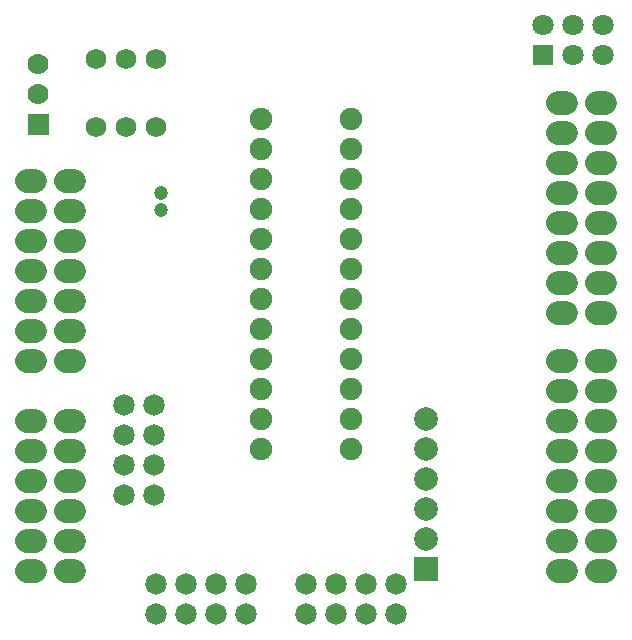
<source format=gbs>
G04 Layer: BottomSolderMaskLayer*
G04 EasyEDA v6.3.22, 2020-02-01T09:52:18+01:00*
G04 6a38883e4b2748c8978b3c8c793b862a,5bf1b712bda346c5934589caff60f8c7,10*
G04 Gerber Generator version 0.2*
G04 Scale: 100 percent, Rotated: No, Reflected: No *
G04 Dimensions in millimeters *
G04 leading zeros omitted , absolute positions ,3 integer and 3 decimal *
%FSLAX33Y33*%
%MOMM*%
G90*
G71D02*

%ADD29C,2.003196*%
%ADD30C,1.903197*%
%ADD32C,1.203198*%
%ADD33C,1.803197*%
%ADD34R,1.803197X1.803197*%
%ADD35C,1.827200*%
%ADD37C,1.778000*%
%ADD39C,1.727200*%

%LPD*%
G54D29*
G01X51010Y15200D02*
G01X50310Y15200D01*
G01X2750Y17740D02*
G01X2050Y17740D01*
G01X51010Y12660D02*
G01X50310Y12660D01*
G01X51010Y10120D02*
G01X50310Y10120D01*
G01X51010Y7580D02*
G01X50310Y7580D01*
G01X51010Y5040D02*
G01X50310Y5040D01*
G01X51010Y17740D02*
G01X50310Y17740D01*
G01X51010Y20280D02*
G01X50310Y20280D01*
G01X51010Y22820D02*
G01X50310Y22820D01*
G01X51010Y26884D02*
G01X50310Y26884D01*
G01X51010Y29424D02*
G01X50310Y29424D01*
G01X51010Y31964D02*
G01X50310Y31964D01*
G01X51010Y34504D02*
G01X50310Y34504D01*
G01X51010Y37044D02*
G01X50310Y37044D01*
G01X51010Y39584D02*
G01X50310Y39584D01*
G01X51010Y42124D02*
G01X50310Y42124D01*
G01X51010Y44664D02*
G01X50310Y44664D01*
G01X2750Y15200D02*
G01X2050Y15200D01*
G01X2750Y12660D02*
G01X2050Y12660D01*
G01X2750Y10120D02*
G01X2050Y10120D01*
G01X2750Y7580D02*
G01X2050Y7580D01*
G01X2750Y5040D02*
G01X2050Y5040D01*
G01X2750Y22820D02*
G01X2050Y22820D01*
G01X2750Y25360D02*
G01X2050Y25360D01*
G01X2750Y27900D02*
G01X2050Y27900D01*
G01X2750Y30440D02*
G01X2050Y30440D01*
G01X2750Y32980D02*
G01X2050Y32980D01*
G01X2750Y35520D02*
G01X2050Y35520D01*
G01X47708Y15200D02*
G01X47008Y15200D01*
G01X47708Y12660D02*
G01X47008Y12660D01*
G01X47708Y10120D02*
G01X47008Y10120D01*
G01X47708Y7580D02*
G01X47008Y7580D01*
G01X47708Y5040D02*
G01X47008Y5040D01*
G01X47708Y17740D02*
G01X47008Y17740D01*
G01X47708Y20280D02*
G01X47008Y20280D01*
G01X47708Y22820D02*
G01X47008Y22820D01*
G01X47708Y26884D02*
G01X47008Y26884D01*
G01X47708Y29424D02*
G01X47008Y29424D01*
G01X47708Y31964D02*
G01X47008Y31964D01*
G01X47708Y34504D02*
G01X47008Y34504D01*
G01X47708Y37044D02*
G01X47008Y37044D01*
G01X47708Y39584D02*
G01X47008Y39584D01*
G01X47708Y42124D02*
G01X47008Y42124D01*
G01X47708Y44664D02*
G01X47008Y44664D01*
G01X6046Y17707D02*
G01X5346Y17707D01*
G01X6046Y15167D02*
G01X5346Y15167D01*
G01X6046Y12627D02*
G01X5346Y12627D01*
G01X6046Y10087D02*
G01X5346Y10087D01*
G01X6046Y7547D02*
G01X5346Y7547D01*
G01X6046Y5007D02*
G01X5346Y5007D01*
G01X6046Y22787D02*
G01X5346Y22787D01*
G01X6046Y25327D02*
G01X5346Y25327D01*
G01X6046Y27867D02*
G01X5346Y27867D01*
G01X6046Y30407D02*
G01X5346Y30407D01*
G01X6046Y32947D02*
G01X5346Y32947D01*
G01X6046Y35487D02*
G01X5346Y35487D01*
G01X2750Y38060D02*
G01X2050Y38060D01*
G01X6046Y38027D02*
G01X5346Y38027D01*
G54D30*
G01X21859Y43280D03*
G01X29479Y43280D03*
G01X21859Y40740D03*
G01X21859Y38200D03*
G01X21859Y33120D03*
G01X21859Y35660D03*
G01X21859Y30580D03*
G01X21859Y15340D03*
G01X21859Y20420D03*
G01X21859Y17880D03*
G01X21859Y22960D03*
G01X21859Y25500D03*
G01X21859Y28040D03*
G01X29479Y28040D03*
G01X29479Y25500D03*
G01X29479Y22960D03*
G01X29479Y17880D03*
G01X29479Y20420D03*
G01X29479Y15340D03*
G01X29479Y30580D03*
G01X29479Y35660D03*
G01X29479Y33120D03*
G01X29479Y38200D03*
G01X29479Y40740D03*
G54D32*
G01X13399Y35549D03*
G01X13399Y37050D03*
G54D33*
G01X50800Y51199D03*
G01X50800Y48659D03*
G01X48260Y51199D03*
G01X48260Y48659D03*
G01X45720Y51199D03*
G54D34*
G01X45720Y48659D03*
G54D35*
G01X12839Y11459D03*
G01X10299Y11459D03*
G01X12839Y13999D03*
G01X10299Y13999D03*
G01X12839Y16539D03*
G01X10299Y16539D03*
G01X12839Y19079D03*
G01X10299Y19079D03*
G54D29*
G01X35829Y17880D03*
G01X35829Y15340D03*
G01X35829Y12800D03*
G01X35829Y10260D03*
G01X35829Y7720D03*
G36*
G01X34829Y4179D02*
G01X34829Y6180D01*
G01X36830Y6180D01*
G01X36830Y4179D01*
G01X34829Y4179D01*
G37*
G54D37*
G01X2999Y47900D03*
G01X2999Y45360D03*
G36*
G01X2111Y41931D02*
G01X2111Y43709D01*
G01X3889Y43709D01*
G01X3889Y41931D01*
G01X2111Y41931D01*
G37*
G54D39*
G01X7870Y48359D03*
G01X10419Y48359D03*
G01X12969Y48359D03*
G01X12969Y42559D03*
G01X10419Y42559D03*
G01X7869Y42559D03*
G54D35*
G01X12970Y1369D03*
G01X12970Y3909D03*
G01X15510Y1369D03*
G01X15510Y3909D03*
G01X18050Y1369D03*
G01X18050Y3909D03*
G01X20590Y1369D03*
G01X20590Y3909D03*
G01X25670Y1369D03*
G01X25670Y3909D03*
G01X28210Y1369D03*
G01X28210Y3909D03*
G01X30750Y1369D03*
G01X30750Y3909D03*
G01X33290Y1369D03*
G01X33290Y3909D03*
M00*
M02*

</source>
